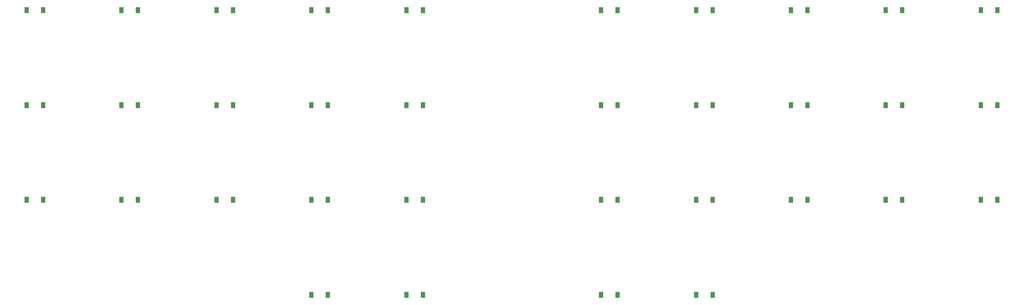
<source format=gbr>
%TF.GenerationSoftware,KiCad,Pcbnew,9.0.1*%
%TF.CreationDate,2025-05-04T05:17:47+08:00*%
%TF.ProjectId,board,626f6172-642e-46b6-9963-61645f706362,v1.0.0*%
%TF.SameCoordinates,Original*%
%TF.FileFunction,Paste,Top*%
%TF.FilePolarity,Positive*%
%FSLAX46Y46*%
G04 Gerber Fmt 4.6, Leading zero omitted, Abs format (unit mm)*
G04 Created by KiCad (PCBNEW 9.0.1) date 2025-05-04 05:17:47*
%MOMM*%
%LPD*%
G01*
G04 APERTURE LIST*
%ADD10R,0.900000X1.200000*%
G04 APERTURE END LIST*
D10*
%TO.C,D23*%
X232350000Y-161320000D03*
X235650000Y-161320000D03*
%TD*%
%TO.C,D13*%
X155350000Y-123320000D03*
X158650000Y-123320000D03*
%TD*%
%TO.C,D10*%
X155350000Y-180320000D03*
X158650000Y-180320000D03*
%TD*%
%TO.C,D31*%
X270350000Y-123320000D03*
X273650000Y-123320000D03*
%TD*%
%TO.C,D33*%
X289350000Y-142320000D03*
X292650000Y-142320000D03*
%TD*%
%TO.C,D29*%
X270350000Y-161320000D03*
X273650000Y-161320000D03*
%TD*%
%TO.C,D9*%
X136350000Y-123320000D03*
X139650000Y-123320000D03*
%TD*%
%TO.C,D1*%
X98350000Y-161320000D03*
X101650000Y-161320000D03*
%TD*%
%TO.C,D32*%
X289350000Y-161320000D03*
X292650000Y-161320000D03*
%TD*%
%TO.C,D17*%
X174350000Y-123320000D03*
X177650000Y-123320000D03*
%TD*%
%TO.C,D6*%
X117350000Y-123320000D03*
X120650000Y-123320000D03*
%TD*%
%TO.C,D18*%
X213350000Y-180320000D03*
X216650000Y-180320000D03*
%TD*%
%TO.C,D20*%
X213350000Y-142320000D03*
X216650000Y-142320000D03*
%TD*%
%TO.C,D2*%
X98350000Y-142320000D03*
X101650000Y-142320000D03*
%TD*%
%TO.C,D4*%
X117350000Y-161320000D03*
X120650000Y-161320000D03*
%TD*%
%TO.C,D25*%
X232350000Y-123320000D03*
X235650000Y-123320000D03*
%TD*%
%TO.C,D21*%
X213350000Y-123320000D03*
X216650000Y-123320000D03*
%TD*%
%TO.C,D8*%
X136350000Y-142320000D03*
X139650000Y-142320000D03*
%TD*%
%TO.C,D19*%
X213350000Y-161320000D03*
X216650000Y-161320000D03*
%TD*%
%TO.C,D5*%
X117350000Y-142320000D03*
X120650000Y-142320000D03*
%TD*%
%TO.C,D3*%
X98350000Y-123320000D03*
X101650000Y-123320000D03*
%TD*%
%TO.C,D16*%
X174350000Y-142320000D03*
X177650000Y-142320000D03*
%TD*%
%TO.C,D7*%
X136350000Y-161320000D03*
X139650000Y-161320000D03*
%TD*%
%TO.C,D15*%
X174350000Y-161320000D03*
X177650000Y-161320000D03*
%TD*%
%TO.C,D22*%
X232350000Y-180320000D03*
X235650000Y-180320000D03*
%TD*%
%TO.C,D34*%
X289350000Y-123320000D03*
X292650000Y-123320000D03*
%TD*%
%TO.C,D11*%
X155350000Y-161320000D03*
X158650000Y-161320000D03*
%TD*%
%TO.C,D14*%
X174350000Y-180320000D03*
X177650000Y-180320000D03*
%TD*%
%TO.C,D24*%
X232350000Y-142320000D03*
X235650000Y-142320000D03*
%TD*%
%TO.C,D26*%
X251350000Y-161320000D03*
X254650000Y-161320000D03*
%TD*%
%TO.C,D28*%
X251350000Y-123320000D03*
X254650000Y-123320000D03*
%TD*%
%TO.C,D30*%
X270350000Y-142320000D03*
X273650000Y-142320000D03*
%TD*%
%TO.C,D12*%
X155350000Y-142320000D03*
X158650000Y-142320000D03*
%TD*%
%TO.C,D27*%
X251350000Y-142320000D03*
X254650000Y-142320000D03*
%TD*%
M02*

</source>
